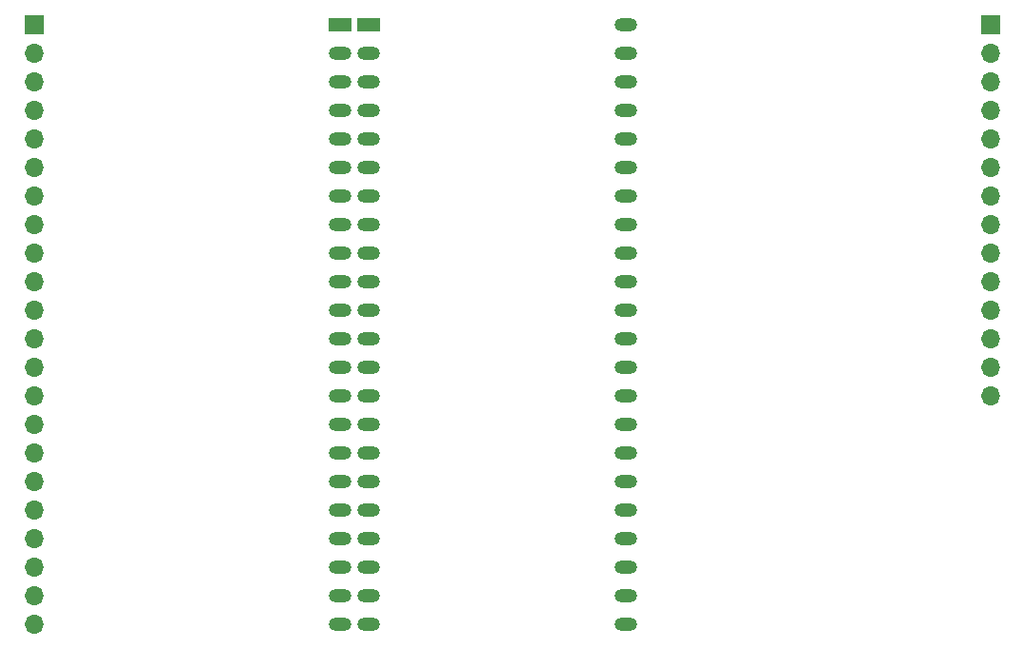
<source format=gbr>
%TF.GenerationSoftware,KiCad,Pcbnew,8.0.5*%
%TF.CreationDate,2024-10-15T07:07:36-03:00*%
%TF.ProjectId,GRANAPCBESP32S3V1,4752414e-4150-4434-9245-535033325333,rev?*%
%TF.SameCoordinates,Original*%
%TF.FileFunction,Copper,L2,Bot*%
%TF.FilePolarity,Positive*%
%FSLAX46Y46*%
G04 Gerber Fmt 4.6, Leading zero omitted, Abs format (unit mm)*
G04 Created by KiCad (PCBNEW 8.0.5) date 2024-10-15 07:07:36*
%MOMM*%
%LPD*%
G01*
G04 APERTURE LIST*
%TA.AperFunction,ComponentPad*%
%ADD10R,1.700000X1.700000*%
%TD*%
%TA.AperFunction,ComponentPad*%
%ADD11O,1.700000X1.700000*%
%TD*%
%TA.AperFunction,ComponentPad*%
%ADD12R,2.000000X1.200000*%
%TD*%
%TA.AperFunction,ComponentPad*%
%ADD13O,2.000000X1.200000*%
%TD*%
G04 APERTURE END LIST*
D10*
%TO.P,J1,1,Pin_1*%
%TO.N,Net-(J1-Pin_1)*%
X197750000Y-57730000D03*
D11*
%TO.P,J1,2,Pin_2*%
%TO.N,Net-(J1-Pin_2)*%
X197750000Y-60270000D03*
%TO.P,J1,3,Pin_3*%
%TO.N,Net-(J1-Pin_3)*%
X197750000Y-62810000D03*
%TO.P,J1,4,Pin_4*%
%TO.N,Net-(J1-Pin_4)*%
X197750000Y-65350000D03*
%TO.P,J1,5,Pin_5*%
%TO.N,Net-(J1-Pin_5)*%
X197750000Y-67890000D03*
%TO.P,J1,6,Pin_6*%
%TO.N,Net-(J1-Pin_12)*%
X197750000Y-70430000D03*
%TO.P,J1,7,Pin_7*%
%TO.N,Net-(J1-Pin_10)*%
X197750000Y-72970000D03*
%TO.P,J1,8,Pin_8*%
%TO.N,Net-(J1-Pin_1)*%
X197750000Y-75510000D03*
%TO.P,J1,9,Pin_9*%
%TO.N,unconnected-(J1-Pin_9-Pad9)*%
X197750000Y-78050000D03*
%TO.P,J1,10,Pin_10*%
%TO.N,Net-(J1-Pin_10)*%
X197750000Y-80590000D03*
%TO.P,J1,11,Pin_11*%
%TO.N,Net-(J1-Pin_11)*%
X197750000Y-83130000D03*
%TO.P,J1,12,Pin_12*%
%TO.N,Net-(J1-Pin_12)*%
X197750000Y-85670000D03*
%TO.P,J1,13,Pin_13*%
%TO.N,Net-(J1-Pin_13)*%
X197750000Y-88210000D03*
%TO.P,J1,14,Pin_14*%
%TO.N,unconnected-(J1-Pin_14-Pad14)*%
X197750000Y-90750000D03*
%TD*%
D12*
%TO.P,U2,1,3V3*%
%TO.N,Net-(J1-Pin_1)*%
X139960000Y-57720000D03*
X142500000Y-57720000D03*
D13*
%TO.P,U2,2,3V3*%
X139960000Y-60260000D03*
X142500000Y-60260000D03*
%TO.P,U2,3,CHIP_PU*%
%TO.N,Net-(J2-Pin_3)*%
X139960000Y-62800000D03*
X142500000Y-62800000D03*
%TO.P,U2,4,GPIO4/ADC1_CH3*%
%TO.N,Net-(J2-Pin_4)*%
X139960000Y-65340000D03*
X142500000Y-65340000D03*
%TO.P,U2,5,GPIO5/ADC1_CH4*%
%TO.N,Net-(J2-Pin_5)*%
X139960000Y-67880000D03*
X142500000Y-67880000D03*
%TO.P,U2,6,GPIO6/ADC1_CH5*%
%TO.N,Net-(J2-Pin_6)*%
X139960000Y-70420000D03*
X142500000Y-70420000D03*
%TO.P,U2,7,GPIO7/ADC1_CH6*%
%TO.N,Net-(J2-Pin_7)*%
X139960000Y-72960000D03*
X142500000Y-72960000D03*
%TO.P,U2,8,GPIO15/ADC2_CH4/32K_P*%
%TO.N,Net-(J2-Pin_8)*%
X139960000Y-75500000D03*
X142500000Y-75500000D03*
%TO.P,U2,9,GPIO16/ADC2_CH5/32K_N*%
%TO.N,Net-(J2-Pin_9)*%
X139960000Y-78040000D03*
X142500000Y-78040000D03*
%TO.P,U2,10,GPIO17/ADC2_CH6*%
%TO.N,Net-(J2-Pin_10)*%
X139960000Y-80580000D03*
X142500000Y-80580000D03*
%TO.P,U2,11,GPIO18/ADC2_CH7*%
%TO.N,Net-(J2-Pin_11)*%
X139960000Y-83120000D03*
X142500000Y-83120000D03*
%TO.P,U2,12,GPIO8/ADC1_CH7*%
%TO.N,Net-(J2-Pin_12)*%
X139960000Y-85660000D03*
X142500000Y-85660000D03*
%TO.P,U2,13,GPIO3/ADC1_CH2*%
%TO.N,Net-(J2-Pin_13)*%
X139960000Y-88200000D03*
X142500000Y-88200000D03*
%TO.P,U2,14,GPIO46*%
%TO.N,Net-(J2-Pin_14)*%
X139960000Y-90740000D03*
X142500000Y-90740000D03*
%TO.P,U2,15,GPIO9/ADC1_CH8*%
%TO.N,Net-(J2-Pin_15)*%
X139960000Y-93280000D03*
X142500000Y-93280000D03*
%TO.P,U2,16,GPIO10/ADC1_CH9*%
%TO.N,Net-(J2-Pin_16)*%
X139960000Y-95820000D03*
X142500000Y-95820000D03*
%TO.P,U2,17,GPIO11/ADC2_CH0*%
%TO.N,Net-(J2-Pin_17)*%
X139960000Y-98360000D03*
X142500000Y-98360000D03*
%TO.P,U2,18,GPIO12/ADC2_CH1*%
%TO.N,Net-(J2-Pin_18)*%
X139960000Y-100900000D03*
X142500000Y-100900000D03*
%TO.P,U2,19,GPIO13/ADC2_CH2*%
%TO.N,Net-(J2-Pin_19)*%
X139960000Y-103440000D03*
X142500000Y-103440000D03*
%TO.P,U2,20,GPIO14/ADC2_CH3*%
%TO.N,Net-(J2-Pin_20)*%
X139956320Y-105977280D03*
X142496320Y-105977280D03*
%TO.P,U2,21,5V*%
%TO.N,Net-(J2-Pin_21)*%
X139956320Y-108517280D03*
X142496320Y-108517280D03*
%TO.P,U2,22,GND*%
%TO.N,Net-(J1-Pin_2)*%
X139956320Y-111057280D03*
X142496320Y-111057280D03*
%TO.P,U2,23,GND*%
X165360000Y-111060000D03*
%TO.P,U2,24,GND*%
X165360000Y-108520000D03*
%TO.P,U2,25,GPIO19/USB_D-*%
%TO.N,Net-(P1-D+)*%
X165360000Y-105980000D03*
%TO.P,U2,26,GPIO20/USB_D+*%
%TO.N,Net-(P1-CC)*%
X165360000Y-103440000D03*
%TO.P,U2,27,GPIO21*%
%TO.N,unconnected-(U2-GPIO21-Pad27)*%
X165360000Y-100900000D03*
%TO.P,U2,28,GPIO47*%
%TO.N,unconnected-(U2-GPIO47-Pad28)*%
X165360000Y-98360000D03*
%TO.P,U2,29,GPIO48*%
%TO.N,unconnected-(U2-GPIO48-Pad29)*%
X165360000Y-95820000D03*
%TO.P,U2,30,GPIO45*%
%TO.N,unconnected-(U2-GPIO45-Pad30)*%
X165360000Y-93280000D03*
%TO.P,U2,31,GPIO0*%
%TO.N,unconnected-(U2-GPIO0-Pad31)*%
X165360000Y-90740000D03*
%TO.P,U2,32,GPIO35*%
%TO.N,unconnected-(U2-GPIO35-Pad32)*%
X165360000Y-88200000D03*
%TO.P,U2,33,GPIO36*%
%TO.N,unconnected-(U2-GPIO36-Pad33)*%
X165360000Y-85660000D03*
%TO.P,U2,34,GPIO37*%
%TO.N,unconnected-(U2-GPIO37-Pad34)*%
X165360000Y-83120000D03*
%TO.P,U2,35,GPIO38*%
%TO.N,Net-(J1-Pin_11)*%
X165360000Y-80580000D03*
%TO.P,U2,36,GPIO39/MTCK*%
%TO.N,Net-(J1-Pin_13)*%
X165360000Y-78040000D03*
%TO.P,U2,37,GPIO40/MTDO*%
%TO.N,Net-(J1-Pin_10)*%
X165360000Y-75500000D03*
%TO.P,U2,38,GPIO41/MTDI*%
%TO.N,Net-(J1-Pin_12)*%
X165360000Y-72960000D03*
%TO.P,U2,39,GPIO42/MTMS*%
%TO.N,Net-(J1-Pin_5)*%
X165360000Y-70420000D03*
%TO.P,U2,40,GPIO2/ADC1_CH1*%
%TO.N,Net-(J1-Pin_4)*%
X165360000Y-67880000D03*
%TO.P,U2,41,GPIO1/ADC1_CH0*%
%TO.N,Net-(J1-Pin_3)*%
X165360000Y-65340000D03*
%TO.P,U2,42,GPIO44/U0RXD*%
%TO.N,unconnected-(U2-GPIO44{slash}U0RXD-Pad42)*%
X165360000Y-62800000D03*
%TO.P,U2,43,GPIO43/U0TXD*%
%TO.N,unconnected-(U2-GPIO43{slash}U0TXD-Pad43)*%
X165360000Y-60260000D03*
%TO.P,U2,44,GND*%
%TO.N,Net-(J1-Pin_2)*%
X165360000Y-57720000D03*
%TD*%
D10*
%TO.P,J2,1,Pin_1*%
%TO.N,Net-(J1-Pin_2)*%
X112750000Y-57670000D03*
D11*
%TO.P,J2,2,Pin_2*%
%TO.N,Net-(J1-Pin_1)*%
X112750000Y-60210000D03*
%TO.P,J2,3,Pin_3*%
%TO.N,Net-(J2-Pin_3)*%
X112750000Y-62750000D03*
%TO.P,J2,4,Pin_4*%
%TO.N,Net-(J2-Pin_4)*%
X112750000Y-65290000D03*
%TO.P,J2,5,Pin_5*%
%TO.N,Net-(J2-Pin_5)*%
X112750000Y-67830000D03*
%TO.P,J2,6,Pin_6*%
%TO.N,Net-(J2-Pin_6)*%
X112750000Y-70370000D03*
%TO.P,J2,7,Pin_7*%
%TO.N,Net-(J2-Pin_7)*%
X112750000Y-72910000D03*
%TO.P,J2,8,Pin_8*%
%TO.N,Net-(J2-Pin_8)*%
X112750000Y-75450000D03*
%TO.P,J2,9,Pin_9*%
%TO.N,Net-(J2-Pin_9)*%
X112750000Y-77990000D03*
%TO.P,J2,10,Pin_10*%
%TO.N,Net-(J2-Pin_10)*%
X112750000Y-80530000D03*
%TO.P,J2,11,Pin_11*%
%TO.N,Net-(J2-Pin_11)*%
X112750000Y-83070000D03*
%TO.P,J2,12,Pin_12*%
%TO.N,Net-(J2-Pin_12)*%
X112750000Y-85610000D03*
%TO.P,J2,13,Pin_13*%
%TO.N,Net-(J2-Pin_13)*%
X112750000Y-88150000D03*
%TO.P,J2,14,Pin_14*%
%TO.N,Net-(J2-Pin_14)*%
X112750000Y-90690000D03*
%TO.P,J2,15,Pin_15*%
%TO.N,Net-(J2-Pin_15)*%
X112750000Y-93230000D03*
%TO.P,J2,16,Pin_16*%
%TO.N,Net-(J2-Pin_16)*%
X112750000Y-95770000D03*
%TO.P,J2,17,Pin_17*%
%TO.N,Net-(J2-Pin_17)*%
X112750000Y-98310000D03*
%TO.P,J2,18,Pin_18*%
%TO.N,Net-(J2-Pin_18)*%
X112750000Y-100850000D03*
%TO.P,J2,19,Pin_19*%
%TO.N,Net-(J2-Pin_19)*%
X112750000Y-103390000D03*
%TO.P,J2,20,Pin_20*%
%TO.N,Net-(J2-Pin_20)*%
X112750000Y-105930000D03*
%TO.P,J2,21,Pin_21*%
%TO.N,Net-(J2-Pin_21)*%
X112750000Y-108470000D03*
%TO.P,J2,22,Pin_22*%
%TO.N,Net-(J1-Pin_2)*%
X112750000Y-111010000D03*
%TD*%
M02*

</source>
